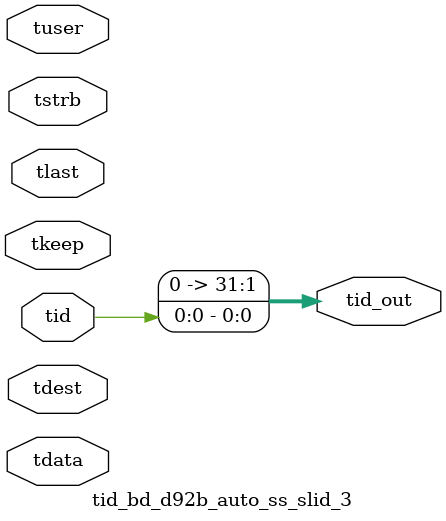
<source format=v>


`timescale 1ps/1ps

module tid_bd_d92b_auto_ss_slid_3 #
(
parameter C_S_AXIS_TID_WIDTH   = 1,
parameter C_S_AXIS_TUSER_WIDTH = 0,
parameter C_S_AXIS_TDATA_WIDTH = 0,
parameter C_S_AXIS_TDEST_WIDTH = 0,
parameter C_M_AXIS_TID_WIDTH   = 32
)
(
input  [(C_S_AXIS_TID_WIDTH   == 0 ? 1 : C_S_AXIS_TID_WIDTH)-1:0       ] tid,
input  [(C_S_AXIS_TDATA_WIDTH == 0 ? 1 : C_S_AXIS_TDATA_WIDTH)-1:0     ] tdata,
input  [(C_S_AXIS_TUSER_WIDTH == 0 ? 1 : C_S_AXIS_TUSER_WIDTH)-1:0     ] tuser,
input  [(C_S_AXIS_TDEST_WIDTH == 0 ? 1 : C_S_AXIS_TDEST_WIDTH)-1:0     ] tdest,
input  [(C_S_AXIS_TDATA_WIDTH/8)-1:0 ] tkeep,
input  [(C_S_AXIS_TDATA_WIDTH/8)-1:0 ] tstrb,
input                                                                    tlast,
output [(C_M_AXIS_TID_WIDTH   == 0 ? 1 : C_M_AXIS_TID_WIDTH)-1:0       ] tid_out
);

assign tid_out = {tid[0:0]};

endmodule


</source>
